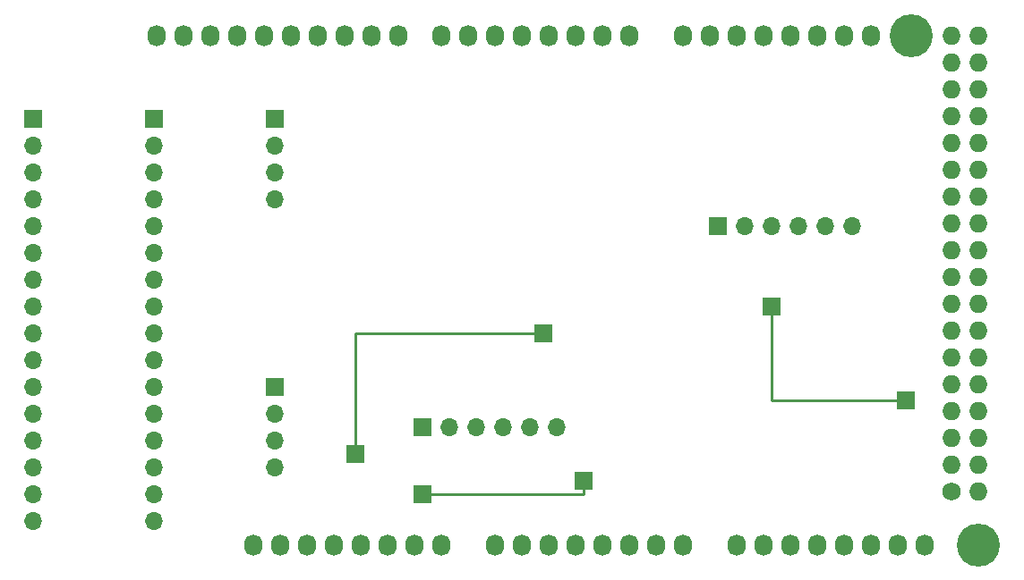
<source format=gbr>
%TF.GenerationSoftware,KiCad,Pcbnew,(5.1.9)-1*%
%TF.CreationDate,2021-01-26T09:39:54-05:00*%
%TF.ProjectId,PCB,5043422e-6b69-4636-9164-5f7063625858,rev?*%
%TF.SameCoordinates,Original*%
%TF.FileFunction,Copper,L1,Top*%
%TF.FilePolarity,Positive*%
%FSLAX46Y46*%
G04 Gerber Fmt 4.6, Leading zero omitted, Abs format (unit mm)*
G04 Created by KiCad (PCBNEW (5.1.9)-1) date 2021-01-26 09:39:54*
%MOMM*%
%LPD*%
G01*
G04 APERTURE LIST*
%TA.AperFunction,ComponentPad*%
%ADD10R,1.700000X1.700000*%
%TD*%
%TA.AperFunction,ComponentPad*%
%ADD11C,1.727200*%
%TD*%
%TA.AperFunction,ComponentPad*%
%ADD12O,1.727200X1.727200*%
%TD*%
%TA.AperFunction,ComponentPad*%
%ADD13O,1.700000X1.700000*%
%TD*%
%TA.AperFunction,ComponentPad*%
%ADD14C,4.064000*%
%TD*%
%TA.AperFunction,ComponentPad*%
%ADD15O,1.727200X2.032000*%
%TD*%
%TA.AperFunction,Conductor*%
%ADD16C,0.250000*%
%TD*%
G04 APERTURE END LIST*
D10*
%TO.P,J12,1*%
%TO.N,+5V*%
X140970000Y-110490000D03*
%TD*%
%TO.P,J11,1*%
%TO.N,GND*%
X162560000Y-113030000D03*
%TD*%
%TO.P,J10,1*%
%TO.N,+5V*%
X158750000Y-99060000D03*
%TD*%
%TO.P,J9,1*%
%TO.N,GND*%
X147320000Y-114300000D03*
%TD*%
%TO.P,J8,1*%
%TO.N,/50(MISO)*%
X193040000Y-105410000D03*
%TD*%
%TO.P,J7,1*%
%TO.N,/50(MISO)*%
X180340000Y-96520000D03*
%TD*%
D11*
%TO.P,P1,1*%
%TO.N,GND*%
X197358000Y-114046000D03*
D12*
%TO.P,P1,2*%
X199898000Y-114046000D03*
%TO.P,P1,3*%
%TO.N,/52(SCK)*%
X197358000Y-111506000D03*
%TO.P,P1,4*%
%TO.N,/53(SS)*%
X199898000Y-111506000D03*
%TO.P,P1,5*%
%TO.N,/50(MISO)*%
X197358000Y-108966000D03*
%TO.P,P1,6*%
%TO.N,/51(MOSI)*%
X199898000Y-108966000D03*
%TO.P,P1,7*%
%TO.N,N/C*%
X197358000Y-106426000D03*
%TO.P,P1,8*%
X199898000Y-106426000D03*
%TO.P,P1,9*%
X197358000Y-103886000D03*
%TO.P,P1,10*%
X199898000Y-103886000D03*
%TO.P,P1,11*%
X197358000Y-101346000D03*
%TO.P,P1,12*%
X199898000Y-101346000D03*
%TO.P,P1,13*%
X197358000Y-98806000D03*
%TO.P,P1,14*%
X199898000Y-98806000D03*
%TO.P,P1,15*%
X197358000Y-96266000D03*
%TO.P,P1,16*%
X199898000Y-96266000D03*
%TO.P,P1,17*%
X197358000Y-93726000D03*
%TO.P,P1,18*%
X199898000Y-93726000D03*
%TO.P,P1,19*%
X197358000Y-91186000D03*
%TO.P,P1,20*%
X199898000Y-91186000D03*
%TO.P,P1,21*%
X197358000Y-88646000D03*
%TO.P,P1,22*%
X199898000Y-88646000D03*
%TO.P,P1,23*%
X197358000Y-86106000D03*
%TO.P,P1,24*%
X199898000Y-86106000D03*
%TO.P,P1,25*%
X197358000Y-83566000D03*
%TO.P,P1,26*%
X199898000Y-83566000D03*
%TO.P,P1,27*%
X197358000Y-81026000D03*
%TO.P,P1,28*%
X199898000Y-81026000D03*
%TO.P,P1,29*%
X197358000Y-78486000D03*
%TO.P,P1,30*%
X199898000Y-78486000D03*
%TO.P,P1,31*%
X197358000Y-75946000D03*
%TO.P,P1,32*%
X199898000Y-75946000D03*
%TO.P,P1,33*%
X197358000Y-73406000D03*
%TO.P,P1,34*%
X199898000Y-73406000D03*
%TO.P,P1,35*%
%TO.N,+5V*%
X197358000Y-70866000D03*
%TO.P,P1,36*%
X199898000Y-70866000D03*
%TD*%
D13*
%TO.P,J6,4*%
%TO.N,GND*%
X133350000Y-111760000D03*
%TO.P,J6,3*%
%TO.N,+5V*%
X133350000Y-109220000D03*
%TO.P,J6,2*%
%TO.N,/20(SDA)*%
X133350000Y-106680000D03*
D10*
%TO.P,J6,1*%
%TO.N,/21(SCL)*%
X133350000Y-104140000D03*
%TD*%
D13*
%TO.P,J5,16*%
%TO.N,/LEDN*%
X121920000Y-116840000D03*
%TO.P,J5,15*%
%TO.N,/LEDP*%
X121920000Y-114300000D03*
%TO.P,J5,14*%
%TO.N,/DP7*%
X121920000Y-111760000D03*
%TO.P,J5,13*%
%TO.N,/DP6*%
X121920000Y-109220000D03*
%TO.P,J5,12*%
%TO.N,/DP5*%
X121920000Y-106680000D03*
%TO.P,J5,11*%
%TO.N,/DP4*%
X121920000Y-104140000D03*
%TO.P,J5,10*%
%TO.N,/DP3*%
X121920000Y-101600000D03*
%TO.P,J5,9*%
%TO.N,/DP2*%
X121920000Y-99060000D03*
%TO.P,J5,8*%
%TO.N,/DP1*%
X121920000Y-96520000D03*
%TO.P,J5,7*%
%TO.N,/DP0*%
X121920000Y-93980000D03*
%TO.P,J5,6*%
%TO.N,/Enable*%
X121920000Y-91440000D03*
%TO.P,J5,5*%
%TO.N,/RW*%
X121920000Y-88900000D03*
%TO.P,J5,4*%
%TO.N,/RegSE*%
X121920000Y-86360000D03*
%TO.P,J5,3*%
%TO.N,/VE*%
X121920000Y-83820000D03*
%TO.P,J5,2*%
%TO.N,/VDD*%
X121920000Y-81280000D03*
D10*
%TO.P,J5,1*%
%TO.N,/VSS*%
X121920000Y-78740000D03*
%TD*%
D13*
%TO.P,J4,16*%
%TO.N,/LEDN*%
X110490000Y-116840000D03*
%TO.P,J4,15*%
%TO.N,/LEDP*%
X110490000Y-114300000D03*
%TO.P,J4,14*%
%TO.N,/DP7*%
X110490000Y-111760000D03*
%TO.P,J4,13*%
%TO.N,/DP6*%
X110490000Y-109220000D03*
%TO.P,J4,12*%
%TO.N,/DP5*%
X110490000Y-106680000D03*
%TO.P,J4,11*%
%TO.N,/DP4*%
X110490000Y-104140000D03*
%TO.P,J4,10*%
%TO.N,/DP3*%
X110490000Y-101600000D03*
%TO.P,J4,9*%
%TO.N,/DP2*%
X110490000Y-99060000D03*
%TO.P,J4,8*%
%TO.N,/DP1*%
X110490000Y-96520000D03*
%TO.P,J4,7*%
%TO.N,/DP0*%
X110490000Y-93980000D03*
%TO.P,J4,6*%
%TO.N,/Enable*%
X110490000Y-91440000D03*
%TO.P,J4,5*%
%TO.N,/RW*%
X110490000Y-88900000D03*
%TO.P,J4,4*%
%TO.N,/RegSE*%
X110490000Y-86360000D03*
%TO.P,J4,3*%
%TO.N,/VE*%
X110490000Y-83820000D03*
%TO.P,J4,2*%
%TO.N,/VDD*%
X110490000Y-81280000D03*
D10*
%TO.P,J4,1*%
%TO.N,/VSS*%
X110490000Y-78740000D03*
%TD*%
D13*
%TO.P,J3,4*%
%TO.N,GND*%
X133350000Y-86360000D03*
%TO.P,J3,3*%
%TO.N,/15(Rx3)*%
X133350000Y-83820000D03*
%TO.P,J3,2*%
%TO.N,/14(Tx3)*%
X133350000Y-81280000D03*
D10*
%TO.P,J3,1*%
%TO.N,+5V*%
X133350000Y-78740000D03*
%TD*%
D13*
%TO.P,J2,6*%
%TO.N,GND*%
X160020000Y-107950000D03*
%TO.P,J2,5*%
%TO.N,+5V*%
X157480000Y-107950000D03*
%TO.P,J2,4*%
%TO.N,/20(SDA)*%
X154940000Y-107950000D03*
%TO.P,J2,3*%
%TO.N,/21(SCL)*%
X152400000Y-107950000D03*
%TO.P,J2,2*%
%TO.N,N/C*%
X149860000Y-107950000D03*
D10*
%TO.P,J2,1*%
X147320000Y-107950000D03*
%TD*%
D13*
%TO.P,J1,6*%
%TO.N,/53(SS)*%
X187960000Y-88900000D03*
%TO.P,J1,5*%
%TO.N,/52(SCK)*%
X185420000Y-88900000D03*
%TO.P,J1,4*%
%TO.N,/51(MOSI)*%
X182880000Y-88900000D03*
%TO.P,J1,3*%
%TO.N,/50(MISO)*%
X180340000Y-88900000D03*
%TO.P,J1,2*%
%TO.N,+5V*%
X177800000Y-88900000D03*
D10*
%TO.P,J1,1*%
%TO.N,GND*%
X175260000Y-88900000D03*
%TD*%
D14*
%TO.P,P13,1*%
%TO.N,N/C*%
X193548000Y-70866000D03*
%TD*%
D15*
%TO.P,P2,1*%
%TO.N,N/C*%
X131318000Y-119126000D03*
%TO.P,P2,2*%
X133858000Y-119126000D03*
%TO.P,P2,3*%
X136398000Y-119126000D03*
%TO.P,P2,4*%
X138938000Y-119126000D03*
%TO.P,P2,5*%
%TO.N,+5V*%
X141478000Y-119126000D03*
%TO.P,P2,6*%
%TO.N,GND*%
X144018000Y-119126000D03*
%TO.P,P2,7*%
X146558000Y-119126000D03*
%TO.P,P2,8*%
%TO.N,N/C*%
X149098000Y-119126000D03*
%TD*%
%TO.P,P3,1*%
%TO.N,N/C*%
X154178000Y-119126000D03*
%TO.P,P3,2*%
X156718000Y-119126000D03*
%TO.P,P3,3*%
X159258000Y-119126000D03*
%TO.P,P3,4*%
X161798000Y-119126000D03*
%TO.P,P3,5*%
X164338000Y-119126000D03*
%TO.P,P3,6*%
X166878000Y-119126000D03*
%TO.P,P3,7*%
X169418000Y-119126000D03*
%TO.P,P3,8*%
X171958000Y-119126000D03*
%TD*%
%TO.P,P4,1*%
%TO.N,N/C*%
X177038000Y-119126000D03*
%TO.P,P4,2*%
X179578000Y-119126000D03*
%TO.P,P4,3*%
X182118000Y-119126000D03*
%TO.P,P4,4*%
X184658000Y-119126000D03*
%TO.P,P4,5*%
X187198000Y-119126000D03*
%TO.P,P4,6*%
X189738000Y-119126000D03*
%TO.P,P4,7*%
X192278000Y-119126000D03*
%TO.P,P4,8*%
X194818000Y-119126000D03*
%TD*%
%TO.P,P5,1*%
%TO.N,N/C*%
X122174000Y-70866000D03*
%TO.P,P5,2*%
X124714000Y-70866000D03*
%TO.P,P5,3*%
X127254000Y-70866000D03*
%TO.P,P5,4*%
%TO.N,GND*%
X129794000Y-70866000D03*
%TO.P,P5,5*%
%TO.N,N/C*%
X132334000Y-70866000D03*
%TO.P,P5,6*%
X134874000Y-70866000D03*
%TO.P,P5,7*%
X137414000Y-70866000D03*
%TO.P,P5,8*%
X139954000Y-70866000D03*
%TO.P,P5,9*%
X142494000Y-70866000D03*
%TO.P,P5,10*%
X145034000Y-70866000D03*
%TD*%
%TO.P,P6,1*%
%TO.N,N/C*%
X149098000Y-70866000D03*
%TO.P,P6,2*%
X151638000Y-70866000D03*
%TO.P,P6,3*%
X154178000Y-70866000D03*
%TO.P,P6,4*%
X156718000Y-70866000D03*
%TO.P,P6,5*%
X159258000Y-70866000D03*
%TO.P,P6,6*%
X161798000Y-70866000D03*
%TO.P,P6,7*%
X164338000Y-70866000D03*
%TO.P,P6,8*%
X166878000Y-70866000D03*
%TD*%
%TO.P,P7,1*%
%TO.N,/14(Tx3)*%
X171958000Y-70866000D03*
%TO.P,P7,2*%
%TO.N,/15(Rx3)*%
X174498000Y-70866000D03*
%TO.P,P7,3*%
%TO.N,N/C*%
X177038000Y-70866000D03*
%TO.P,P7,4*%
X179578000Y-70866000D03*
%TO.P,P7,5*%
X182118000Y-70866000D03*
%TO.P,P7,6*%
X184658000Y-70866000D03*
%TO.P,P7,7*%
%TO.N,/20(SDA)*%
X187198000Y-70866000D03*
%TO.P,P7,8*%
%TO.N,/21(SCL)*%
X189738000Y-70866000D03*
%TD*%
D14*
%TO.P,P10,1*%
%TO.N,N/C*%
X199898000Y-119126000D03*
%TD*%
D16*
%TO.N,GND*%
X146050000Y-118618000D02*
X146558000Y-119126000D01*
X162560000Y-113030000D02*
X162560000Y-114300000D01*
X162560000Y-114300000D02*
X147320000Y-114300000D01*
%TO.N,/50(MISO)*%
X197104000Y-109220000D02*
X197358000Y-108966000D01*
X180340000Y-96520000D02*
X180340000Y-105410000D01*
X180340000Y-105410000D02*
X193040000Y-105410000D01*
%TO.N,+5V*%
X158750000Y-99060000D02*
X140970000Y-99060000D01*
X140970000Y-99060000D02*
X140970000Y-110490000D01*
%TD*%
M02*

</source>
